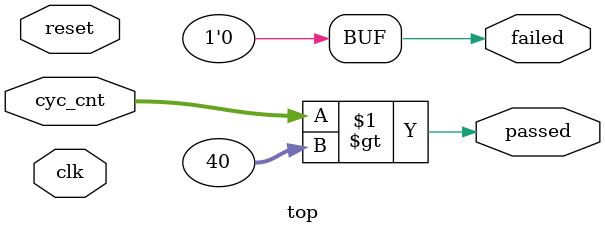
<source format=sv>
module top(input wire clk, input wire reset, input wire [31:0] cyc_cnt, output wire passed, output wire failed);

   // Your Verilog code here.

   assign passed = cyc_cnt > 40;
   assign failed = 1'b0;

endmodule
</source>
